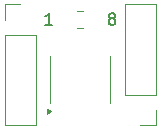
<source format=gto>
%TF.GenerationSoftware,KiCad,Pcbnew,8.0.4*%
%TF.CreationDate,2025-01-06T14:25:35+00:00*%
%TF.ProjectId,soic_8_breakout,736f6963-5f38-45f6-9272-65616b6f7574,rev?*%
%TF.SameCoordinates,Original*%
%TF.FileFunction,Legend,Top*%
%TF.FilePolarity,Positive*%
%FSLAX46Y46*%
G04 Gerber Fmt 4.6, Leading zero omitted, Abs format (unit mm)*
G04 Created by KiCad (PCBNEW 8.0.4) date 2025-01-06 14:25:35*
%MOMM*%
%LPD*%
G01*
G04 APERTURE LIST*
%ADD10C,0.200000*%
%ADD11C,0.120000*%
G04 APERTURE END LIST*
D10*
X55113482Y-52642219D02*
X54542054Y-52642219D01*
X54827768Y-52642219D02*
X54827768Y-51642219D01*
X54827768Y-51642219D02*
X54732530Y-51785076D01*
X54732530Y-51785076D02*
X54637292Y-51880314D01*
X54637292Y-51880314D02*
X54542054Y-51927933D01*
X60086993Y-52070790D02*
X59991755Y-52023171D01*
X59991755Y-52023171D02*
X59944136Y-51975552D01*
X59944136Y-51975552D02*
X59896517Y-51880314D01*
X59896517Y-51880314D02*
X59896517Y-51832695D01*
X59896517Y-51832695D02*
X59944136Y-51737457D01*
X59944136Y-51737457D02*
X59991755Y-51689838D01*
X59991755Y-51689838D02*
X60086993Y-51642219D01*
X60086993Y-51642219D02*
X60277469Y-51642219D01*
X60277469Y-51642219D02*
X60372707Y-51689838D01*
X60372707Y-51689838D02*
X60420326Y-51737457D01*
X60420326Y-51737457D02*
X60467945Y-51832695D01*
X60467945Y-51832695D02*
X60467945Y-51880314D01*
X60467945Y-51880314D02*
X60420326Y-51975552D01*
X60420326Y-51975552D02*
X60372707Y-52023171D01*
X60372707Y-52023171D02*
X60277469Y-52070790D01*
X60277469Y-52070790D02*
X60086993Y-52070790D01*
X60086993Y-52070790D02*
X59991755Y-52118409D01*
X59991755Y-52118409D02*
X59944136Y-52166028D01*
X59944136Y-52166028D02*
X59896517Y-52261266D01*
X59896517Y-52261266D02*
X59896517Y-52451742D01*
X59896517Y-52451742D02*
X59944136Y-52546980D01*
X59944136Y-52546980D02*
X59991755Y-52594600D01*
X59991755Y-52594600D02*
X60086993Y-52642219D01*
X60086993Y-52642219D02*
X60277469Y-52642219D01*
X60277469Y-52642219D02*
X60372707Y-52594600D01*
X60372707Y-52594600D02*
X60420326Y-52546980D01*
X60420326Y-52546980D02*
X60467945Y-52451742D01*
X60467945Y-52451742D02*
X60467945Y-52261266D01*
X60467945Y-52261266D02*
X60420326Y-52166028D01*
X60420326Y-52166028D02*
X60372707Y-52118409D01*
X60372707Y-52118409D02*
X60277469Y-52070790D01*
D11*
%TO.C,C1*%
X57238748Y-51455000D02*
X57761252Y-51455000D01*
X57238748Y-52925000D02*
X57761252Y-52925000D01*
%TO.C,J1*%
X51090000Y-50860000D02*
X52420000Y-50860000D01*
X51090000Y-52190000D02*
X51090000Y-50860000D01*
X51090000Y-53460000D02*
X51090000Y-61140000D01*
X51090000Y-53460000D02*
X53750000Y-53460000D01*
X51090000Y-61140000D02*
X53750000Y-61140000D01*
X53750000Y-53460000D02*
X53750000Y-61140000D01*
%TO.C,J2*%
X61250000Y-58540000D02*
X61250000Y-50860000D01*
X63910000Y-50860000D02*
X61250000Y-50860000D01*
X63910000Y-58540000D02*
X61250000Y-58540000D01*
X63910000Y-58540000D02*
X63910000Y-50860000D01*
X63910000Y-59810000D02*
X63910000Y-61140000D01*
X63910000Y-61140000D02*
X62580000Y-61140000D01*
%TO.C,U1*%
X54940000Y-57270000D02*
X54940000Y-55320000D01*
X54940000Y-57270000D02*
X54940000Y-59220000D01*
X60060000Y-57270000D02*
X60060000Y-55320000D01*
X60060000Y-57270000D02*
X60060000Y-59220000D01*
X55035000Y-59970000D02*
X54705000Y-60210000D01*
X54705000Y-59730000D01*
X55035000Y-59970000D01*
G36*
X55035000Y-59970000D02*
G01*
X54705000Y-60210000D01*
X54705000Y-59730000D01*
X55035000Y-59970000D01*
G37*
%TD*%
M02*

</source>
